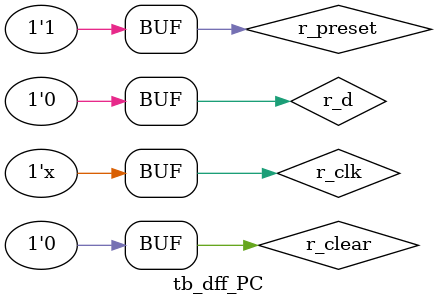
<source format=v>
`timescale 1ns / 1ps


module tb_dff_PC;
    reg r_clk;
    reg r_clear;
    reg r_d;
    reg r_preset;
    wire w_q;

    dff_PC tb_dff_PC(
        .clk(r_clk), 
        .clear(r_clear), 
        .d(r_d), 
        .preset(r_preset), 
        .q(w_q)
    );
    initial r_clk = 0;
    always #10 r_clk =~ r_clk;
    
    initial 
        begin
        r_clear = 0;
        r_d = 0;
        r_preset = 0;
        #20;
        
        r_clear = 0;
        r_d = 1;
        r_preset = 0;
        #20;
        
        r_clear = 1;
        r_d = 0;
        r_preset = 0;
        #20;
        
        r_clear = 0;
        r_d = 1;
        r_preset = 0;
        #20;
        
        r_clear = 0;
        r_d = 0;
        r_preset = 0;
        #20;
        
        r_clear = 0;
        r_d = 0;
        r_preset = 1;
        #20;
    end
      
endmodule

</source>
